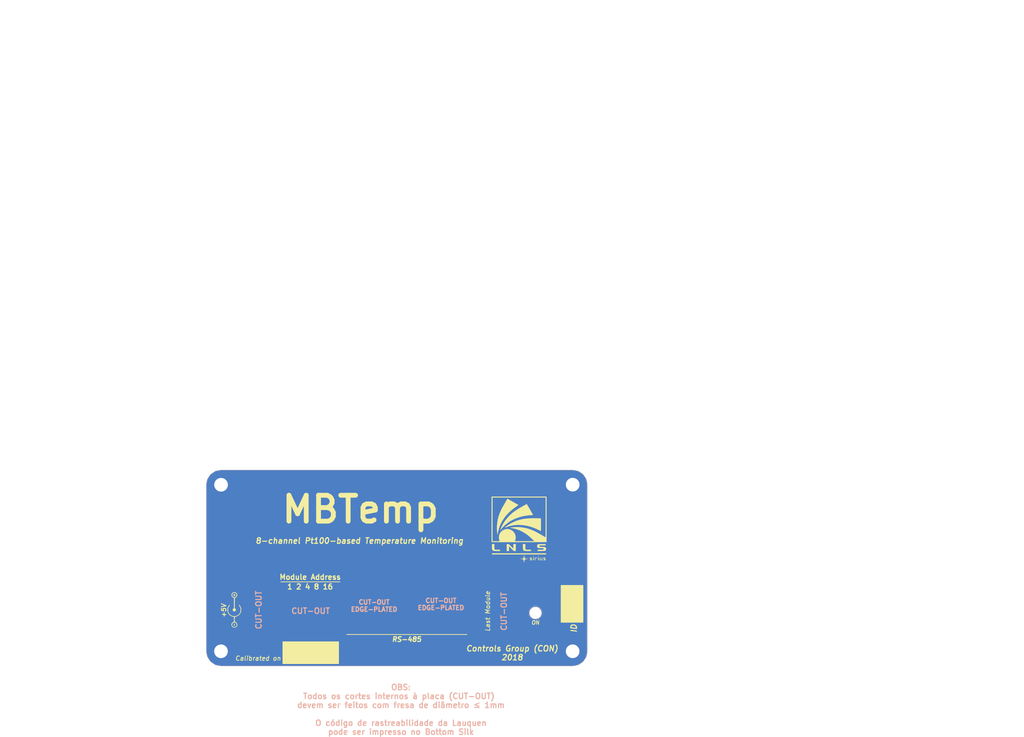
<source format=kicad_pcb>
(kicad_pcb (version 4) (host pcbnew 4.0.4+e1-6308~48~ubuntu15.10.1-stable)

  (general
    (links 3)
    (no_connects 0)
    (area -20.200001 -64.250001 256.514601 135.22284)
    (thickness 1.6)
    (drawings 60)
    (tracks 0)
    (zones 0)
    (modules 7)
    (nets 2)
  )

  (page A4)
  (layers
    (0 F.Cu signal)
    (31 B.Cu signal)
    (32 B.Adhes user)
    (33 F.Adhes user)
    (34 B.Paste user)
    (35 F.Paste user)
    (36 B.SilkS user)
    (37 F.SilkS user)
    (38 B.Mask user)
    (39 F.Mask user)
    (40 Dwgs.User user)
    (41 Cmts.User user)
    (42 Eco1.User user)
    (43 Eco2.User user)
    (44 Edge.Cuts user)
    (45 Margin user)
    (46 B.CrtYd user)
    (47 F.CrtYd user)
    (48 B.Fab user)
    (49 F.Fab user)
  )

  (setup
    (last_trace_width 0.25)
    (user_trace_width 0.3)
    (user_trace_width 0.4)
    (user_trace_width 0.5)
    (user_trace_width 0.6)
    (user_trace_width 0.8)
    (user_trace_width 1)
    (trace_clearance 0.2)
    (zone_clearance 0)
    (zone_45_only no)
    (trace_min 0.2)
    (segment_width 0.15)
    (edge_width 0.15)
    (via_size 0.6)
    (via_drill 0.4)
    (via_min_size 0.4)
    (via_min_drill 0.3)
    (uvia_size 0.3)
    (uvia_drill 0.1)
    (uvias_allowed no)
    (uvia_min_size 0.2)
    (uvia_min_drill 0.1)
    (pcb_text_width 0.3)
    (pcb_text_size 1.5 1.5)
    (mod_edge_width 0.15)
    (mod_text_size 1 1)
    (mod_text_width 0.15)
    (pad_size 6 6)
    (pad_drill 3.7)
    (pad_to_mask_clearance 0.2)
    (aux_axis_origin 0 0)
    (grid_origin 135.39724 84.19084)
    (visible_elements FFFFF77F)
    (pcbplotparams
      (layerselection 0x3ffff_80000001)
      (usegerberextensions false)
      (excludeedgelayer true)
      (linewidth 0.100000)
      (plotframeref false)
      (viasonmask false)
      (mode 1)
      (useauxorigin false)
      (hpglpennumber 1)
      (hpglpenspeed 20)
      (hpglpendiameter 15)
      (hpglpenoverlay 2)
      (psnegative false)
      (psa4output false)
      (plotreference true)
      (plotvalue true)
      (plotinvisibletext false)
      (padsonsilk false)
      (subtractmaskfromsilk false)
      (outputformat 1)
      (mirror false)
      (drillshape 0)
      (scaleselection 1)
      (outputdirectory ../Gerber/))
  )

  (net 0 "")
  (net 1 GND)

  (net_class Default "This is the default net class."
    (clearance 0.2)
    (trace_width 0.25)
    (via_dia 0.6)
    (via_drill 0.4)
    (uvia_dia 0.3)
    (uvia_drill 0.1)
    (add_net GND)
  )

  (module Pin_Headers:Pin_Header_Straight_1x01_Pitch2.54mm (layer F.Cu) (tedit 59F76A2A) (tstamp 59F76858)
    (at 39.53256 66.74612)
    (descr "Through hole straight pin header, 1x01, 2.54mm pitch, single row")
    (tags "Through hole pin header THT 1x01 2.54mm single row")
    (fp_text reference REF** (at 0 -2.33) (layer F.SilkS) hide
      (effects (font (size 1 1) (thickness 0.15)))
    )
    (fp_text value Pin_Header_Straight_1x01_Pitch2.54mm (at 0 2.33) (layer F.Fab) hide
      (effects (font (size 1 1) (thickness 0.15)))
    )
    (pad 1 thru_hole circle (at 0 0) (size 6 6) (drill 3.7) (layers *.Cu *.Mask)
      (net 1 GND))
    (model ${KISYS3DMOD}/Pin_Headers.3dshapes/Pin_Header_Straight_1x01_Pitch2.54mm.wrl
      (at (xyz 0 0 0))
      (scale (xyz 1 1 1))
      (rotate (xyz 0 0 0))
    )
  )

  (module Pin_Headers:Pin_Header_Straight_1x01_Pitch2.54mm (layer F.Cu) (tedit 59F76A30) (tstamp 59F76A22)
    (at 134.54888 66.71564)
    (descr "Through hole straight pin header, 1x01, 2.54mm pitch, single row")
    (tags "Through hole pin header THT 1x01 2.54mm single row")
    (fp_text reference REF** (at 0 -2.33) (layer F.SilkS) hide
      (effects (font (size 1 1) (thickness 0.15)))
    )
    (fp_text value Pin_Header_Straight_1x01_Pitch2.54mm (at 0 2.33) (layer F.Fab) hide
      (effects (font (size 1 1) (thickness 0.15)))
    )
    (pad 1 thru_hole circle (at 0 0) (size 6 6) (drill 3.7) (layers *.Cu *.Mask)
      (net 1 GND))
    (model ${KISYS3DMOD}/Pin_Headers.3dshapes/Pin_Header_Straight_1x01_Pitch2.54mm.wrl
      (at (xyz 0 0 0))
      (scale (xyz 1 1 1))
      (rotate (xyz 0 0 0))
    )
  )

  (module Pin_Headers:Pin_Header_Straight_1x01_Pitch2.54mm (layer F.Cu) (tedit 59F76A34) (tstamp 59F76A27)
    (at 134.5438 111.73968)
    (descr "Through hole straight pin header, 1x01, 2.54mm pitch, single row")
    (tags "Through hole pin header THT 1x01 2.54mm single row")
    (fp_text reference REF** (at 0 -2.33) (layer F.SilkS) hide
      (effects (font (size 1 1) (thickness 0.15)))
    )
    (fp_text value Pin_Header_Straight_1x01_Pitch2.54mm (at 0 2.33) (layer F.Fab) hide
      (effects (font (size 1 1) (thickness 0.15)))
    )
    (pad 1 thru_hole circle (at 0 0) (size 6 6) (drill 3.7) (layers *.Cu *.Mask)
      (net 1 GND))
    (model ${KISYS3DMOD}/Pin_Headers.3dshapes/Pin_Header_Straight_1x01_Pitch2.54mm.wrl
      (at (xyz 0 0 0))
      (scale (xyz 1 1 1))
      (rotate (xyz 0 0 0))
    )
  )

  (module Pin_Headers:Pin_Header_Straight_1x01_Pitch2.54mm (layer F.Cu) (tedit 59F76961) (tstamp 59F76A34)
    (at 124.49556 101.3714)
    (descr "Through hole straight pin header, 1x01, 2.54mm pitch, single row")
    (tags "Through hole pin header THT 1x01 2.54mm single row")
    (fp_text reference REF** (at 0 -2.33) (layer F.SilkS) hide
      (effects (font (size 1 1) (thickness 0.15)))
    )
    (fp_text value Pin_Header_Straight_1x01_Pitch2.54mm (at 0 2.33) (layer F.Fab) hide
      (effects (font (size 1 1) (thickness 0.15)))
    )
    (pad 1 thru_hole circle (at 0 0) (size 3 3) (drill 3) (layers *.Cu *.Mask))
    (model ${KISYS3DMOD}/Pin_Headers.3dshapes/Pin_Header_Straight_1x01_Pitch2.54mm.wrl
      (at (xyz 0 0 0))
      (scale (xyz 1 1 1))
      (rotate (xyz 0 0 0))
    )
  )

  (module Pin_Headers:Pin_Header_Straight_1x01_Pitch2.54mm (layer F.Cu) (tedit 59F76A38) (tstamp 59F76A2F)
    (at 39.51732 111.73968)
    (descr "Through hole straight pin header, 1x01, 2.54mm pitch, single row")
    (tags "Through hole pin header THT 1x01 2.54mm single row")
    (fp_text reference REF** (at 0 -2.33) (layer F.SilkS) hide
      (effects (font (size 1 1) (thickness 0.15)))
    )
    (fp_text value Pin_Header_Straight_1x01_Pitch2.54mm (at 0 2.33) (layer F.Fab) hide
      (effects (font (size 1 1) (thickness 0.15)))
    )
    (pad 1 thru_hole circle (at 0 0) (size 6 6) (drill 3.7) (layers *.Cu *.Mask)
      (net 1 GND))
    (model ${KISYS3DMOD}/Pin_Headers.3dshapes/Pin_Header_Straight_1x01_Pitch2.54mm.wrl
      (at (xyz 0 0 0))
      (scale (xyz 1 1 1))
      (rotate (xyz 0 0 0))
    )
  )

  (module CONTROLE:LNLS_LOGO_Silk (layer F.Cu) (tedit 0) (tstamp 59F90EDF)
    (at 120.08104 78.5876)
    (fp_text reference G*** (at 0 0) (layer F.SilkS) hide
      (effects (font (thickness 0.3)))
    )
    (fp_text value LOGO (at 0.75 0) (layer F.SilkS) hide
      (effects (font (thickness 0.3)))
    )
    (fp_poly (pts (xy 1.364287 7.214795) (xy 1.369937 7.235488) (xy 1.38786 7.326207) (xy 1.407997 7.465123)
      (xy 1.426056 7.622552) (xy 1.426423 7.626257) (xy 1.442664 7.770152) (xy 1.459204 7.883088)
      (xy 1.472737 7.942875) (xy 1.473941 7.945323) (xy 1.511517 7.943959) (xy 1.577803 7.897841)
      (xy 1.586584 7.88981) (xy 1.667171 7.831416) (xy 1.706132 7.83328) (xy 1.693749 7.884314)
      (xy 1.641231 7.952153) (xy 1.586563 8.023599) (xy 1.572479 8.071078) (xy 1.574706 8.074501)
      (xy 1.622047 8.088456) (xy 1.729177 8.105752) (xy 1.877961 8.123742) (xy 1.981912 8.133968)
      (xy 2.189872 8.153713) (xy 2.323016 8.169446) (xy 2.384486 8.182652) (xy 2.377427 8.19481)
      (xy 2.304981 8.207405) (xy 2.170292 8.221917) (xy 2.168769 8.222065) (xy 1.995103 8.239439)
      (xy 1.82101 8.257764) (xy 1.70626 8.270549) (xy 1.517289 8.292564) (xy 1.625257 8.405259)
      (xy 1.692237 8.491092) (xy 1.705054 8.540823) (xy 1.669727 8.543612) (xy 1.592272 8.488621)
      (xy 1.583481 8.480505) (xy 1.53058 8.434908) (xy 1.494411 8.422849) (xy 1.470076 8.454153)
      (xy 1.452677 8.538645) (xy 1.437317 8.686149) (xy 1.428473 8.791455) (xy 1.40698 8.976987)
      (xy 1.379105 9.092732) (xy 1.345891 9.135825) (xy 1.312419 9.11033) (xy 1.297841 9.054402)
      (xy 1.281498 8.942141) (xy 1.266397 8.795222) (xy 1.263139 8.755232) (xy 1.247231 8.586215)
      (xy 1.228552 8.486962) (xy 1.202852 8.449098) (xy 1.16588 8.464248) (xy 1.133231 8.49923)
      (xy 1.076821 8.548354) (xy 1.050292 8.557846) (xy 1.016907 8.532223) (xy 1.028649 8.470816)
      (xy 1.079358 8.396812) (xy 1.097885 8.378623) (xy 1.179769 8.304518) (xy 1.088115 8.278769)
      (xy 0.994294 8.262147) (xy 0.862862 8.249841) (xy 0.801077 8.246873) (xy 0.646188 8.236525)
      (xy 0.492865 8.217983) (xy 0.449385 8.210515) (xy 0.372355 8.194468) (xy 0.348454 8.183148)
      (xy 0.384742 8.173081) (xy 0.488276 8.160792) (xy 0.566615 8.152815) (xy 0.735889 8.135185)
      (xy 0.901507 8.116932) (xy 1.010617 8.104072) (xy 1.181081 8.082818) (xy 1.072082 7.969047)
      (xy 1.005384 7.883719) (xy 0.991127 7.832892) (xy 1.023981 7.827783) (xy 1.098616 7.879611)
      (xy 1.109724 7.88981) (xy 1.177596 7.940502) (xy 1.219525 7.94796) (xy 1.221672 7.945323)
      (xy 1.234984 7.892217) (xy 1.25152 7.785265) (xy 1.266441 7.659076) (xy 1.284416 7.500964)
      (xy 1.303964 7.352871) (xy 1.31721 7.268307) (xy 1.334407 7.180892) (xy 1.347121 7.164909)
      (xy 1.364287 7.214795)) (layer F.SilkS) (width 0.01))
    (fp_poly (pts (xy 3.327469 7.817974) (xy 3.401775 7.829448) (xy 3.43301 7.855364) (xy 3.438769 7.893538)
      (xy 3.429826 7.937936) (xy 3.390871 7.961541) (xy 3.303714 7.970698) (xy 3.214077 7.971905)
      (xy 2.989385 7.972119) (xy 3.253154 8.130378) (xy 3.396533 8.222537) (xy 3.479813 8.293401)
      (xy 3.514277 8.353493) (xy 3.516923 8.376349) (xy 3.502315 8.462341) (xy 3.450265 8.517264)
      (xy 3.348436 8.547025) (xy 3.184491 8.557531) (xy 3.137877 8.557846) (xy 2.990445 8.555901)
      (xy 2.904734 8.547073) (xy 2.864346 8.526869) (xy 2.852884 8.490797) (xy 2.852615 8.479692)
      (xy 2.860882 8.436712) (xy 2.897387 8.413039) (xy 2.979692 8.403016) (xy 3.096846 8.401007)
      (xy 3.341077 8.400477) (xy 3.096846 8.255715) (xy 2.964678 8.172151) (xy 2.889366 8.108032)
      (xy 2.857084 8.049452) (xy 2.852615 8.01006) (xy 2.868143 7.913587) (xy 2.923111 7.853788)
      (xy 3.030101 7.82346) (xy 3.192585 7.815384) (xy 3.327469 7.817974)) (layer F.SilkS) (width 0.01))
    (fp_poly (pts (xy 3.933411 7.817962) (xy 3.961954 7.835455) (xy 3.977635 7.882504) (xy 3.984307 7.973746)
      (xy 3.985821 8.123821) (xy 3.985846 8.186615) (xy 3.985168 8.358593) (xy 3.980564 8.467056)
      (xy 3.968183 8.526644) (xy 3.944172 8.551996) (xy 3.904678 8.557752) (xy 3.888154 8.557846)
      (xy 3.842896 8.555268) (xy 3.814353 8.537774) (xy 3.798672 8.490726) (xy 3.792001 8.399484)
      (xy 3.790486 8.249409) (xy 3.790461 8.186615) (xy 3.79114 8.014637) (xy 3.795743 7.906174)
      (xy 3.808124 7.846586) (xy 3.832136 7.821233) (xy 3.871629 7.815478) (xy 3.888154 7.815384)
      (xy 3.933411 7.817962)) (layer F.SilkS) (width 0.01))
    (fp_poly (pts (xy 4.734238 7.817974) (xy 4.808545 7.829448) (xy 4.839779 7.855364) (xy 4.845538 7.893538)
      (xy 4.83621 7.938703) (xy 4.795876 7.962231) (xy 4.706016 7.970858) (xy 4.630615 7.971692)
      (xy 4.415692 7.971692) (xy 4.415692 8.264769) (xy 4.413846 8.414615) (xy 4.405429 8.502536)
      (xy 4.386122 8.544728) (xy 4.351607 8.557386) (xy 4.337538 8.557846) (xy 4.299171 8.551532)
      (xy 4.275907 8.522288) (xy 4.264023 8.45466) (xy 4.259796 8.333196) (xy 4.259385 8.233507)
      (xy 4.265283 8.052362) (xy 4.2819 7.923926) (xy 4.306277 7.862276) (xy 4.369803 7.836708)
      (xy 4.4867 7.819891) (xy 4.599354 7.815384) (xy 4.734238 7.817974)) (layer F.SilkS) (width 0.01))
    (fp_poly (pts (xy 5.262026 7.817962) (xy 5.290569 7.835455) (xy 5.306251 7.882504) (xy 5.312922 7.973746)
      (xy 5.314437 8.123821) (xy 5.314461 8.186615) (xy 5.313783 8.358593) (xy 5.309179 8.467056)
      (xy 5.296798 8.526644) (xy 5.272787 8.551996) (xy 5.233294 8.557752) (xy 5.216769 8.557846)
      (xy 5.171512 8.555268) (xy 5.142969 8.537774) (xy 5.127288 8.490726) (xy 5.120616 8.399484)
      (xy 5.119102 8.249409) (xy 5.119077 8.186615) (xy 5.119755 8.014637) (xy 5.124359 7.906174)
      (xy 5.13674 7.846586) (xy 5.160751 7.821233) (xy 5.200244 7.815478) (xy 5.216769 7.815384)
      (xy 5.262026 7.817962)) (layer F.SilkS) (width 0.01))
    (fp_poly (pts (xy 6.212521 7.821698) (xy 6.235785 7.850942) (xy 6.247669 7.91857) (xy 6.251896 8.040033)
      (xy 6.252308 8.139723) (xy 6.246409 8.320868) (xy 6.229792 8.449304) (xy 6.205415 8.510953)
      (xy 6.146323 8.533101) (xy 6.03652 8.548859) (xy 5.902108 8.557308) (xy 5.769189 8.557526)
      (xy 5.663863 8.548596) (xy 5.614051 8.531794) (xy 5.602392 8.483406) (xy 5.593429 8.376289)
      (xy 5.588523 8.229856) (xy 5.588 8.160564) (xy 5.589352 7.995317) (xy 5.595676 7.893202)
      (xy 5.610367 7.839211) (xy 5.636824 7.818336) (xy 5.666154 7.815384) (xy 5.706113 7.822306)
      (xy 5.729558 7.85387) (xy 5.74081 7.926271) (xy 5.744185 8.055705) (xy 5.744308 8.108461)
      (xy 5.744308 8.401538) (xy 6.096 8.401538) (xy 6.096 8.108461) (xy 6.097846 7.958614)
      (xy 6.106263 7.870693) (xy 6.12557 7.828502) (xy 6.160086 7.815844) (xy 6.174154 7.815384)
      (xy 6.212521 7.821698)) (layer F.SilkS) (width 0.01))
    (fp_poly (pts (xy 7.0007 7.817974) (xy 7.075006 7.829448) (xy 7.10624 7.855364) (xy 7.112 7.893538)
      (xy 7.103057 7.937936) (xy 7.064102 7.961541) (xy 6.976945 7.970698) (xy 6.887308 7.971905)
      (xy 6.662615 7.972119) (xy 6.926385 8.130378) (xy 7.069764 8.222537) (xy 7.153044 8.293401)
      (xy 7.187508 8.353493) (xy 7.190154 8.376349) (xy 7.175545 8.462341) (xy 7.123495 8.517264)
      (xy 7.021667 8.547025) (xy 6.857722 8.557531) (xy 6.811108 8.557846) (xy 6.663676 8.555901)
      (xy 6.577964 8.547073) (xy 6.537576 8.526869) (xy 6.526115 8.490797) (xy 6.525846 8.479692)
      (xy 6.534112 8.436712) (xy 6.570618 8.413039) (xy 6.652923 8.403016) (xy 6.770077 8.401007)
      (xy 7.014308 8.400477) (xy 6.770077 8.255715) (xy 6.637909 8.172151) (xy 6.562597 8.108032)
      (xy 6.530315 8.049452) (xy 6.525846 8.01006) (xy 6.541373 7.913587) (xy 6.596342 7.853788)
      (xy 6.703332 7.82346) (xy 6.865815 7.815384) (xy 7.0007 7.817974)) (layer F.SilkS) (width 0.01))
    (fp_poly (pts (xy 0.976923 7.756769) (xy 0.957385 7.776307) (xy 0.937846 7.756769) (xy 0.957385 7.73723)
      (xy 0.976923 7.756769)) (layer F.SilkS) (width 0.01))
    (fp_poly (pts (xy 3.96476 7.403855) (xy 3.985846 7.463692) (xy 3.96295 7.524977) (xy 3.888154 7.541846)
      (xy 3.811547 7.523529) (xy 3.790461 7.463692) (xy 3.813358 7.402406) (xy 3.888154 7.385538)
      (xy 3.96476 7.403855)) (layer F.SilkS) (width 0.01))
    (fp_poly (pts (xy 5.293376 7.403855) (xy 5.314461 7.463692) (xy 5.291565 7.524977) (xy 5.216769 7.541846)
      (xy 5.140162 7.523529) (xy 5.119077 7.463692) (xy 5.141973 7.402406) (xy 5.216769 7.385538)
      (xy 5.293376 7.403855)) (layer F.SilkS) (width 0.01))
    (fp_poly (pts (xy 7.307385 6.994769) (xy -7.346462 6.994769) (xy -7.346462 6.682153) (xy 7.307385 6.682153)
      (xy 7.307385 6.994769)) (layer F.SilkS) (width 0.01))
    (fp_poly (pts (xy -6.682154 4.847314) (xy -6.682425 5.127233) (xy -6.676852 5.338666) (xy -6.655856 5.491193)
      (xy -6.609858 5.594394) (xy -6.529277 5.657848) (xy -6.404535 5.691135) (xy -6.226052 5.703833)
      (xy -5.984248 5.705523) (xy -5.824238 5.70523) (xy -5.158154 5.70523) (xy -5.158154 6.056923)
      (xy -5.990028 6.056923) (xy -6.267895 6.056482) (xy -6.47961 6.054461) (xy -6.63717 6.049811)
      (xy -6.752576 6.041483) (xy -6.837826 6.02843) (xy -6.904919 6.009602) (xy -6.965855 5.983952)
      (xy -6.996259 5.969) (xy -7.145481 5.867041) (xy -7.249932 5.72337) (xy -7.258539 5.70672)
      (xy -7.290773 5.637245) (xy -7.314034 5.567052) (xy -7.32977 5.482154) (xy -7.339426 5.36857)
      (xy -7.344449 5.212315) (xy -7.346285 4.999405) (xy -7.346462 4.856796) (xy -7.346462 4.18123)
      (xy -6.682154 4.18123) (xy -6.682154 4.847314)) (layer F.SilkS) (width 0.01))
    (fp_poly (pts (xy -0.898769 6.056923) (xy -1.464522 6.056923) (xy -2.099953 5.422367) (xy -2.735385 4.787811)
      (xy -2.735385 6.056923) (xy -3.360615 6.056923) (xy -3.360615 4.18123) (xy -3.096846 4.182116)
      (xy -2.833077 4.183003) (xy -1.563077 5.399827) (xy -1.563077 4.18123) (xy -0.898769 4.18123)
      (xy -0.898769 6.056923)) (layer F.SilkS) (width 0.01))
    (fp_poly (pts (xy 1.680308 4.847314) (xy 1.680667 5.090149) (xy 1.682798 5.267373) (xy 1.688279 5.391531)
      (xy 1.698689 5.475167) (xy 1.715607 5.530823) (xy 1.740612 5.571044) (xy 1.775284 5.608374)
      (xy 1.776224 5.609314) (xy 1.813636 5.644231) (xy 1.853646 5.669444) (xy 1.908798 5.686534)
      (xy 1.991635 5.697078) (xy 2.114702 5.702656) (xy 2.290541 5.704847) (xy 2.531696 5.70523)
      (xy 3.204308 5.70523) (xy 3.204308 6.056923) (xy 2.372434 6.056923) (xy 2.094566 6.056482)
      (xy 1.882852 6.054461) (xy 1.725291 6.049811) (xy 1.609886 6.041483) (xy 1.524636 6.02843)
      (xy 1.457542 6.009602) (xy 1.396607 5.983952) (xy 1.366203 5.969) (xy 1.216981 5.867041)
      (xy 1.112529 5.72337) (xy 1.103923 5.70672) (xy 1.071689 5.637245) (xy 1.048427 5.567052)
      (xy 1.032692 5.482154) (xy 1.023036 5.36857) (xy 1.018013 5.212315) (xy 1.016176 4.999405)
      (xy 1.016 4.856796) (xy 1.016 4.18123) (xy 1.680308 4.18123) (xy 1.680308 4.847314)) (layer F.SilkS) (width 0.01))
    (fp_poly (pts (xy 7.151077 4.532923) (xy 5.589802 4.532923) (xy 5.527508 4.627994) (xy 5.492442 4.739362)
      (xy 5.529325 4.840732) (xy 5.632087 4.917541) (xy 5.651535 4.925562) (xy 5.724185 4.938672)
      (xy 5.858443 4.949778) (xy 6.03777 4.957986) (xy 6.245629 4.962403) (xy 6.342775 4.962915)
      (xy 6.576338 4.964018) (xy 6.74613 4.968241) (xy 6.866517 4.977154) (xy 6.951864 4.992329)
      (xy 7.01654 5.015335) (xy 7.065505 5.041924) (xy 7.19788 5.165042) (xy 7.278549 5.328998)
      (xy 7.303122 5.512428) (xy 7.267208 5.693967) (xy 7.218682 5.787375) (xy 7.161585 5.866431)
      (xy 7.101662 5.928354) (xy 7.028969 5.975224) (xy 6.933561 6.009121) (xy 6.805493 6.032122)
      (xy 6.634823 6.046309) (xy 6.411604 6.05376) (xy 6.125893 6.056555) (xy 5.929923 6.056862)
      (xy 5.001846 6.056923) (xy 5.001846 5.70523) (xy 5.75779 5.70523) (xy 6.021521 5.704621)
      (xy 6.218186 5.70215) (xy 6.358866 5.696852) (xy 6.454643 5.687762) (xy 6.516599 5.673915)
      (xy 6.555816 5.654347) (xy 6.578405 5.633769) (xy 6.636508 5.523833) (xy 6.624101 5.414954)
      (xy 6.556228 5.336215) (xy 6.50673 5.312108) (xy 6.430062 5.295015) (xy 6.314211 5.283901)
      (xy 6.147161 5.277728) (xy 5.916899 5.275462) (xy 5.850903 5.275384) (xy 5.579027 5.272982)
      (xy 5.373023 5.26362) (xy 5.220699 5.244069) (xy 5.109862 5.211097) (xy 5.028318 5.161473)
      (xy 4.963876 5.091966) (xy 4.92211 5.029256) (xy 4.860707 4.864272) (xy 4.849104 4.675259)
      (xy 4.887466 4.496776) (xy 4.919225 4.432103) (xy 4.968871 4.359156) (xy 5.024941 4.301815)
      (xy 5.096981 4.258221) (xy 5.19454 4.226518) (xy 5.327166 4.20485) (xy 5.504406 4.19136)
      (xy 5.735808 4.184192) (xy 6.030921 4.181488) (xy 6.209367 4.18123) (xy 7.151077 4.18123)
      (xy 7.151077 4.532923)) (layer F.SilkS) (width 0.01))
    (fp_poly (pts (xy 7.405077 3.653692) (xy -0.010957 3.663562) (xy -0.936873 3.664703) (xy -1.787446 3.665549)
      (xy -2.565485 3.666086) (xy -3.273799 3.666298) (xy -3.9152 3.66617) (xy -4.492496 3.665689)
      (xy -5.008496 3.664839) (xy -5.466012 3.663605) (xy -5.867853 3.661973) (xy -6.216827 3.659928)
      (xy -6.515746 3.657455) (xy -6.767419 3.654539) (xy -6.974655 3.651166) (xy -7.140265 3.64732)
      (xy -7.267058 3.642988) (xy -7.357843 3.638154) (xy -7.415431 3.632803) (xy -7.442632 3.626921)
      (xy -7.445608 3.624485) (xy -7.447632 3.580551) (xy -7.449468 3.462691) (xy -7.451111 3.27513)
      (xy -7.452555 3.022096) (xy -7.453794 2.707815) (xy -7.454822 2.336513) (xy -7.455633 1.912419)
      (xy -7.456222 1.439757) (xy -7.456582 0.922756) (xy -7.456708 0.365642) (xy -7.456593 -0.22736)
      (xy -7.456233 -0.852021) (xy -7.45562 -1.504115) (xy -7.454749 -2.179416) (xy -7.45419 -2.54)
      (xy -7.444571 -8.401539) (xy -7.190154 -8.401539) (xy -7.190154 3.399692) (xy -6.232769 3.399692)
      (xy -5.968539 3.399258) (xy -5.732246 3.398039) (xy -5.534459 3.396158) (xy -5.385749 3.393737)
      (xy -5.296683 3.3909) (xy -5.275385 3.388568) (xy -5.287711 3.349064) (xy -5.319874 3.256961)
      (xy -5.360501 3.144337) (xy -5.424266 2.900854) (xy -5.460591 2.612609) (xy -5.468745 2.308288)
      (xy -5.447997 2.016577) (xy -5.397616 1.766163) (xy -5.395779 1.760049) (xy -5.239485 1.372098)
      (xy -5.02282 1.025841) (xy -4.753333 0.726974) (xy -4.438574 0.481195) (xy -4.086092 0.2942)
      (xy -3.703437 0.171685) (xy -3.298158 0.119348) (xy -3.219411 0.117808) (xy -2.904822 0.132754)
      (xy -2.628679 0.184244) (xy -2.356743 0.280103) (xy -2.207846 0.348989) (xy -1.844385 0.569215)
      (xy -1.535707 0.841101) (xy -1.285678 1.157526) (xy -1.098159 1.51137) (xy -0.977016 1.895511)
      (xy -0.926112 2.302829) (xy -0.943118 2.679916) (xy -0.972721 2.859882) (xy -1.014218 3.041174)
      (xy -1.056606 3.178657) (xy -1.098683 3.290969) (xy -1.126508 3.368325) (xy -1.133211 3.389923)
      (xy -1.095206 3.391585) (xy -0.985454 3.393159) (xy -0.810363 3.394619) (xy -0.576341 3.395942)
      (xy -0.289795 3.397104) (xy 0.042867 3.39808) (xy 0.415237 3.398847) (xy 0.820909 3.399381)
      (xy 1.253475 3.399658) (xy 1.471783 3.399692) (xy 4.076797 3.399692) (xy 3.591706 2.907758)
      (xy 2.911478 2.263027) (xy 2.216749 1.694352) (xy 1.505605 1.200657) (xy 0.776132 0.780864)
      (xy 0.026417 0.433897) (xy -0.745455 0.158677) (xy -1.541397 -0.045872) (xy -1.719385 -0.081394)
      (xy -1.937685 -0.123384) (xy -2.131563 -0.161841) (xy -2.286897 -0.193872) (xy -2.389563 -0.216582)
      (xy -2.422769 -0.225474) (xy -2.424982 -0.242774) (xy -2.357953 -0.26417) (xy -2.230413 -0.288425)
      (xy -2.051091 -0.314304) (xy -1.828719 -0.340569) (xy -1.572026 -0.365984) (xy -1.289743 -0.389314)
      (xy -1.239956 -0.392975) (xy -0.392436 -0.415889) (xy 0.466554 -0.364475) (xy 1.32999 -0.240344)
      (xy 2.19085 -0.045102) (xy 3.04211 0.219643) (xy 3.876748 0.552281) (xy 4.68774 0.951206)
      (xy 4.729365 0.97386) (xy 4.900041 1.068571) (xy 5.122508 1.194084) (xy 5.381228 1.341517)
      (xy 5.660662 1.501986) (xy 5.945274 1.666609) (xy 6.162432 1.793099) (xy 6.408117 1.936252)
      (xy 6.631571 2.065584) (xy 6.823997 2.176074) (xy 6.976598 2.262699) (xy 7.080576 2.320438)
      (xy 7.127136 2.344269) (xy 7.128528 2.344615) (xy 7.13122 2.306282) (xy 7.133819 2.194256)
      (xy 7.136308 2.013) (xy 7.138669 1.766974) (xy 7.140881 1.460642) (xy 7.142927 1.098463)
      (xy 7.144788 0.684899) (xy 7.146444 0.224413) (xy 7.147878 -0.278534) (xy 7.149071 -0.819481)
      (xy 7.150004 -1.393967) (xy 7.150657 -1.997528) (xy 7.151014 -2.625705) (xy 7.151077 -3.028462)
      (xy 7.151077 -8.401539) (xy -7.190154 -8.401539) (xy -7.444571 -8.401539) (xy -7.444154 -8.655539)
      (xy 7.405077 -8.655539) (xy 7.405077 3.653692)) (layer F.SilkS) (width 0.01))
    (fp_poly (pts (xy -3.029847 -8.013203) (xy -2.958267 -7.970998) (xy -2.828937 -7.895832) (xy -2.651966 -7.793509)
      (xy -2.437465 -7.669836) (xy -2.195543 -7.53062) (xy -1.936311 -7.381665) (xy -1.669878 -7.228779)
      (xy -1.406354 -7.077767) (xy -1.15585 -6.934435) (xy -0.928475 -6.804591) (xy -0.734339 -6.69404)
      (xy -0.615528 -6.626656) (xy -0.455103 -6.534078) (xy -0.322934 -6.454316) (xy -0.232087 -6.395507)
      (xy -0.195629 -6.365792) (xy -0.195451 -6.364994) (xy -0.225898 -6.335258) (xy -0.309229 -6.271027)
      (xy -0.43335 -6.181232) (xy -0.586167 -6.074806) (xy -0.615462 -6.054796) (xy -1.386469 -5.502773)
      (xy -2.084122 -4.945683) (xy -2.713221 -4.378384) (xy -3.278565 -3.795732) (xy -3.784954 -3.192583)
      (xy -4.237188 -2.563796) (xy -4.640066 -1.904225) (xy -4.843614 -1.524) (xy -5.058874 -1.08115)
      (xy -5.23821 -0.661742) (xy -5.38906 -0.243876) (xy -5.518861 0.194347) (xy -5.635052 0.674826)
      (xy -5.705556 1.013868) (xy -5.75986 1.282454) (xy -5.802053 1.476242) (xy -5.832737 1.597545)
      (xy -5.852513 1.648677) (xy -5.861983 1.631952) (xy -5.862778 1.618435) (xy -5.868673 1.566675)
      (xy -5.883566 1.455936) (xy -5.904943 1.304541) (xy -5.921295 1.191846) (xy -5.942936 1.01258)
      (xy -5.964257 0.780034) (xy -5.98333 0.519065) (xy -5.998224 0.25453) (xy -6.003204 0.136769)
      (xy -5.997525 -0.761071) (xy -5.914041 -1.655805) (xy -5.753082 -2.546141) (xy -5.514976 -3.430784)
      (xy -5.200053 -4.308441) (xy -4.80864 -5.177819) (xy -4.507235 -5.748829) (xy -4.409193 -5.922284)
      (xy -4.28059 -6.147043) (xy -4.130647 -6.407141) (xy -3.96859 -6.686613) (xy -3.80364 -6.969494)
      (xy -3.689994 -7.163373) (xy -3.148463 -8.084935) (xy -3.029847 -8.013203)) (layer F.SilkS) (width 0.01))
    (fp_poly (pts (xy 4.504447 -2.798666) (xy 4.713065 -2.794214) (xy 5.900615 -2.765485) (xy 5.900615 -1.050589)
      (xy 5.89997 -0.693121) (xy 5.898125 -0.361043) (xy 5.895214 -0.062231) (xy 5.891373 0.195439)
      (xy 5.886737 0.40409) (xy 5.88144 0.555845) (xy 5.875617 0.642827) (xy 5.871308 0.660958)
      (xy 5.826968 0.643015) (xy 5.727489 0.59654) (xy 5.587371 0.528471) (xy 5.421116 0.445749)
      (xy 5.412154 0.44124) (xy 4.562649 0.041877) (xy 3.734848 -0.288667) (xy 2.919088 -0.553159)
      (xy 2.105708 -0.754364) (xy 1.285044 -0.895047) (xy 0.455981 -0.97742) (xy -0.342453 -0.997117)
      (xy -1.125824 -0.949298) (xy -1.904715 -0.832414) (xy -2.689712 -0.644918) (xy -3.421321 -0.410544)
      (xy -3.584752 -0.354627) (xy -3.722025 -0.312285) (xy -3.815898 -0.288566) (xy -3.8471 -0.285906)
      (xy -3.842909 -0.314364) (xy -3.780445 -0.377254) (xy -3.668383 -0.468687) (xy -3.515399 -0.582775)
      (xy -3.33017 -0.713629) (xy -3.121371 -0.85536) (xy -2.897678 -1.00208) (xy -2.667769 -1.1479)
      (xy -2.440317 -1.28693) (xy -2.224 -1.413284) (xy -2.027494 -1.521071) (xy -2.026498 -1.521595)
      (xy -1.463464 -1.799984) (xy -0.902593 -2.040701) (xy -0.335569 -2.245315) (xy 0.245923 -2.415398)
      (xy 0.850202 -2.552519) (xy 1.485582 -2.658249) (xy 2.16038 -2.734158) (xy 2.882913 -2.781817)
      (xy 3.661497 -2.802796) (xy 4.504447 -2.798666)) (layer F.SilkS) (width 0.01))
    (fp_poly (pts (xy 2.167159 -6.476359) (xy 2.216689 -6.394134) (xy 2.295921 -6.259859) (xy 2.399903 -6.082123)
      (xy 2.523683 -5.869515) (xy 2.662311 -5.630623) (xy 2.810833 -5.374038) (xy 2.964299 -5.108348)
      (xy 3.117756 -4.842142) (xy 3.266254 -4.584009) (xy 3.404841 -4.342539) (xy 3.528564 -4.126321)
      (xy 3.632472 -3.943943) (xy 3.711614 -3.803995) (xy 3.761038 -3.715066) (xy 3.775995 -3.685681)
      (xy 3.737043 -3.68025) (xy 3.632456 -3.669417) (xy 3.474479 -3.654349) (xy 3.275353 -3.636213)
      (xy 3.047424 -3.616187) (xy 2.469228 -3.560252) (xy 1.95412 -3.497116) (xy 1.487184 -3.424465)
      (xy 1.053506 -3.339986) (xy 0.648485 -3.244029) (xy -0.235678 -2.984577) (xy -1.061026 -2.676429)
      (xy -1.831871 -2.316964) (xy -2.552524 -1.903563) (xy -3.227295 -1.433605) (xy -3.860498 -0.904472)
      (xy -4.456442 -0.313543) (xy -4.786778 0.058615) (xy -4.921968 0.21794) (xy -5.01449 0.326112)
      (xy -5.072408 0.391427) (xy -5.103791 0.422178) (xy -5.116703 0.426661) (xy -5.119211 0.41317)
      (xy -5.119077 0.400331) (xy -5.103389 0.341419) (xy -5.060501 0.22635) (xy -4.996674 0.069598)
      (xy -4.91817 -0.114367) (xy -4.831253 -0.311073) (xy -4.742185 -0.506048) (xy -4.657227 -0.68482)
      (xy -4.599194 -0.801077) (xy -4.212116 -1.495836) (xy -3.791153 -2.134992) (xy -3.321986 -2.738609)
      (xy -2.814162 -3.302) (xy -2.498358 -3.62135) (xy -2.188103 -3.915002) (xy -1.873717 -4.190105)
      (xy -1.545521 -4.453809) (xy -1.193835 -4.713263) (xy -0.808981 -4.975615) (xy -0.381278 -5.248016)
      (xy 0.098952 -5.537614) (xy 0.625231 -5.842352) (xy 0.84581 -5.967637) (xy 1.077545 -6.098483)
      (xy 1.307337 -6.227569) (xy 1.522088 -6.347576) (xy 1.708696 -6.451186) (xy 1.854063 -6.531077)
      (xy 1.945089 -6.579931) (xy 1.947297 -6.581075) (xy 2.064713 -6.641793) (xy 2.167159 -6.476359)) (layer F.SilkS) (width 0.01))
  )

  (module Controle:Polarity (layer F.Cu) (tedit 0) (tstamp 5A692FBE)
    (at 43.0276 100.5586)
    (fp_text reference G*** (at 0 0) (layer F.SilkS) hide
      (effects (font (thickness 0.3)))
    )
    (fp_text value LOGO (at 0.75 0) (layer F.SilkS) hide
      (effects (font (thickness 0.3)))
    )
    (fp_poly (pts (xy 1.42051 -1.367842) (xy 1.455691 -1.338255) (xy 1.510665 -1.27726) (xy 1.584387 -1.181277)
      (xy 1.650254 -1.086802) (xy 1.821982 -0.770951) (xy 1.930756 -0.442006) (xy 1.978012 -0.107293)
      (xy 1.965185 0.225864) (xy 1.89371 0.550138) (xy 1.765023 0.858205) (xy 1.580558 1.142738)
      (xy 1.341751 1.396413) (xy 1.131802 1.559343) (xy 0.995172 1.639839) (xy 0.828923 1.720134)
      (xy 0.651657 1.793026) (xy 0.481976 1.851317) (xy 0.338482 1.887803) (xy 0.260719 1.896533)
      (xy 0.24055 1.90196) (xy 0.225696 1.924134) (xy 0.215359 1.971899) (xy 0.208741 2.054098)
      (xy 0.205043 2.179574) (xy 0.203469 2.35717) (xy 0.2032 2.533768) (xy 0.2032 3.171003)
      (xy 0.387307 3.247311) (xy 0.577901 3.360356) (xy 0.730552 3.518954) (xy 0.838463 3.710059)
      (xy 0.894835 3.920627) (xy 0.892873 4.137614) (xy 0.881453 4.195633) (xy 0.845853 4.300945)
      (xy 0.785642 4.399227) (xy 0.687527 4.510748) (xy 0.649834 4.548707) (xy 0.548846 4.645375)
      (xy 0.471393 4.705094) (xy 0.394313 4.73998) (xy 0.294447 4.76215) (xy 0.220134 4.773498)
      (xy 0.100766 4.79043) (xy 0.010178 4.802715) (xy -0.033122 4.807847) (xy -0.033866 4.807874)
      (xy -0.06959 4.79245) (xy -0.147531 4.751754) (xy -0.251252 4.694387) (xy -0.257734 4.690717)
      (xy -0.374615 4.622813) (xy -0.452758 4.567471) (xy -0.507755 4.506695) (xy -0.5552 4.422488)
      (xy -0.610685 4.296856) (xy -0.621883 4.270453) (xy -0.673831 4.134219) (xy -0.696708 4.029193)
      (xy -0.69656 4.015177) (xy -0.491066 4.015177) (xy -0.487551 4.150752) (xy -0.47293 4.242872)
      (xy -0.441091 4.315631) (xy -0.399717 4.375305) (xy -0.289019 4.483224) (xy -0.146887 4.571341)
      (xy 0.000636 4.625631) (xy 0.084667 4.636153) (xy 0.180534 4.622974) (xy 0.296122 4.590316)
      (xy 0.330604 4.577334) (xy 0.494098 4.477667) (xy 0.613439 4.337384) (xy 0.685536 4.169736)
      (xy 0.707298 3.987973) (xy 0.675633 3.805348) (xy 0.58745 3.635112) (xy 0.558816 3.599065)
      (xy 0.469126 3.51046) (xy 0.370637 3.456448) (xy 0.255915 3.423922) (xy 0.046171 3.404976)
      (xy -0.138347 3.44864) (xy -0.300289 3.555791) (xy -0.372533 3.632135) (xy -0.435322 3.712912)
      (xy -0.470881 3.781676) (xy -0.486881 3.86322) (xy -0.490995 3.982336) (xy -0.491066 4.015177)
      (xy -0.69656 4.015177) (xy -0.695638 3.928113) (xy -0.691902 3.897919) (xy -0.627871 3.67488)
      (xy -0.506694 3.481841) (xy -0.335589 3.327714) (xy -0.153008 3.232699) (xy 0.001459 3.173708)
      (xy -0.007737 2.548134) (xy -0.016933 1.922561) (xy -0.338666 1.830158) (xy -0.69322 1.698476)
      (xy -1.000127 1.520063) (xy -1.262588 1.292934) (xy -1.335223 1.212561) (xy -1.542796 0.920096)
      (xy -1.689266 0.604656) (xy -1.773702 0.273425) (xy -1.795174 -0.066409) (xy -1.752754 -0.40766)
      (xy -1.64551 -0.743141) (xy -1.600943 -0.840799) (xy -1.522285 -0.984505) (xy -1.433265 -1.120361)
      (xy -1.342796 -1.237613) (xy -1.259794 -1.32551) (xy -1.193175 -1.3733) (xy -1.157653 -1.375423)
      (xy -1.123337 -1.334147) (xy -1.129154 -1.270507) (xy -1.177894 -1.175681) (xy -1.257033 -1.06143)
      (xy -1.397578 -0.847932) (xy -1.493605 -0.640287) (xy -1.552496 -0.416638) (xy -1.581632 -0.155131)
      (xy -1.584754 -0.091049) (xy -1.577488 0.239343) (xy -1.524764 0.528096) (xy -1.422724 0.787027)
      (xy -1.267507 1.027953) (xy -1.187901 1.123932) (xy -0.942893 1.353844) (xy -0.669116 1.526663)
      (xy -0.374622 1.642149) (xy -0.067462 1.700059) (xy 0.244312 1.700152) (xy 0.552647 1.642186)
      (xy 0.849493 1.525919) (xy 1.126797 1.351111) (xy 1.300186 1.198586) (xy 1.496734 0.971116)
      (xy 1.637471 0.732525) (xy 1.727337 0.470237) (xy 1.77127 0.171675) (xy 1.777653 -0.016933)
      (xy 1.767135 -0.276217) (xy 1.730188 -0.494218) (xy 1.65955 -0.694618) (xy 1.547959 -0.901099)
      (xy 1.469803 -1.020988) (xy 1.384298 -1.148984) (xy 1.333429 -1.234122) (xy 1.312205 -1.288475)
      (xy 1.315633 -1.324116) (xy 1.33427 -1.348783) (xy 1.378203 -1.381345) (xy 1.42051 -1.367842)) (layer F.SilkS) (width 0.01))
    (fp_poly (pts (xy 0.333514 -4.780046) (xy 0.356698 -4.77184) (xy 0.496134 -4.697862) (xy 0.640364 -4.586351)
      (xy 0.76571 -4.45807) (xy 0.842711 -4.345626) (xy 0.866838 -4.25665) (xy 0.878237 -4.125768)
      (xy 0.877221 -3.977543) (xy 0.864102 -3.836536) (xy 0.839192 -3.727308) (xy 0.834709 -3.715779)
      (xy 0.757586 -3.589952) (xy 0.639972 -3.461459) (xy 0.504204 -3.351092) (xy 0.372618 -3.279644)
      (xy 0.362324 -3.276026) (xy 0.220134 -3.228636) (xy 0.203472 -0.4572) (xy 0.316483 -0.38422)
      (xy 0.433825 -0.274094) (xy 0.509733 -0.132103) (xy 0.533773 0.019911) (xy 0.529651 0.062155)
      (xy 0.47654 0.204162) (xy 0.37738 0.318075) (xy 0.247691 0.396321) (xy 0.102991 0.431329)
      (xy -0.0412 0.415525) (xy -0.119982 0.379155) (xy -0.251452 0.263769) (xy -0.322792 0.118466)
      (xy -0.338666 -0.014563) (xy -0.326609 -0.133017) (xy -0.280583 -0.228174) (xy -0.234981 -0.285068)
      (xy -0.157837 -0.361568) (xy -0.086365 -0.414395) (xy -0.065274 -0.424114) (xy -0.049005 -0.431267)
      (xy -0.035709 -0.445528) (xy -0.025137 -0.47308) (xy -0.017037 -0.520108) (xy -0.01116 -0.592797)
      (xy -0.007256 -0.697332) (xy -0.005074 -0.839897) (xy -0.004366 -1.026678) (xy -0.004879 -1.263858)
      (xy -0.006366 -1.557622) (xy -0.008093 -1.838407) (xy -0.016933 -3.231745) (xy -0.130834 -3.264405)
      (xy -0.238321 -3.31649) (xy -0.36176 -3.407611) (xy -0.482664 -3.520364) (xy -0.582542 -3.637343)
      (xy -0.642907 -3.741145) (xy -0.645718 -3.749088) (xy -0.669495 -3.85774) (xy -0.68076 -3.968299)
      (xy -0.497955 -3.968299) (xy -0.453477 -3.796955) (xy -0.362566 -3.645856) (xy -0.231219 -3.527796)
      (xy -0.06543 -3.455569) (xy -0.013467 -3.445273) (xy 0.105163 -3.430383) (xy 0.1883 -3.431564)
      (xy 0.266974 -3.452146) (xy 0.345054 -3.483746) (xy 0.502226 -3.585699) (xy 0.617724 -3.73125)
      (xy 0.68476 -3.905941) (xy 0.69655 -4.095313) (xy 0.678666 -4.194519) (xy 0.601489 -4.368388)
      (xy 0.482882 -4.499093) (xy 0.334704 -4.585276) (xy 0.168812 -4.625582) (xy -0.002934 -4.618655)
      (xy -0.168675 -4.563139) (xy -0.316553 -4.457679) (xy -0.423633 -4.320544) (xy -0.490006 -4.147094)
      (xy -0.497955 -3.968299) (xy -0.68076 -3.968299) (xy -0.68315 -3.991746) (xy -0.684531 -4.051213)
      (xy -0.651487 -4.258488) (xy -0.563304 -4.443611) (xy -0.430588 -4.599241) (xy -0.263943 -4.71804)
      (xy -0.073974 -4.792666) (xy 0.128713 -4.815781) (xy 0.333514 -4.780046)) (layer F.SilkS) (width 0.01))
    (fp_poly (pts (xy 0.196004 4.004734) (xy 0.190149 4.152587) (xy 0.18161 4.245828) (xy 0.167185 4.297576)
      (xy 0.143674 4.320948) (xy 0.11714 4.327895) (xy 0.049845 4.32563) (xy 0.024007 4.313784)
      (xy 0.013258 4.271171) (xy 0.004996 4.177762) (xy 0.000478 4.050484) (xy 0 3.990622)
      (xy 0 3.691467) (xy 0.205742 3.691467) (xy 0.196004 4.004734)) (layer F.SilkS) (width 0.01))
    (fp_poly (pts (xy 0.151386 -4.323122) (xy 0.182086 -4.272811) (xy 0.190495 -4.237594) (xy 0.218277 -4.162489)
      (xy 0.276772 -4.130881) (xy 0.316851 -4.125124) (xy 0.404375 -4.097069) (xy 0.440059 -4.046516)
      (xy 0.427137 -3.990394) (xy 0.368842 -3.945634) (xy 0.2794 -3.929052) (xy 0.216882 -3.908174)
      (xy 0.2032 -3.86357) (xy 0.185721 -3.756024) (xy 0.136751 -3.698593) (xy 0.103621 -3.691466)
      (xy 0.04069 -3.703186) (xy 0.022578 -3.714044) (xy 0.005887 -3.76154) (xy 0 -3.830432)
      (xy -0.00973 -3.896663) (xy -0.052669 -3.926053) (xy -0.110066 -3.934854) (xy -0.187278 -3.951188)
      (xy -0.216912 -3.990904) (xy -0.220133 -4.030133) (xy -0.208275 -4.091104) (xy -0.159426 -4.118445)
      (xy -0.112124 -4.125259) (xy -0.033733 -4.143571) (xy -0.000157 -4.190277) (xy 0.00641 -4.226859)
      (xy 0.03531 -4.302559) (xy 0.093499 -4.32887) (xy 0.151386 -4.323122)) (layer F.SilkS) (width 0.01))
  )

  (gr_text ON (at 124.49556 104.00284) (layer F.SilkS)
    (effects (font (size 1 1) (thickness 0.2) italic))
  )
  (gr_text "OBS:\nTodos os cortes internos à placa (CUT-OUT) \ndevem ser feitos com fresa de diâmetro ≤ 1mm\n\nO código de rastreabilidade da Lauquen\npode ser impresso no Bottom Silk" (at 88.15324 127.49784) (layer B.SilkS)
    (effects (font (size 1.5 1.5) (thickness 0.3)))
  )
  (gr_text ID (at 134.88924 105.52684 90) (layer F.SilkS)
    (effects (font (size 1.5 1.5) (thickness 0.3) italic))
  )
  (gr_text +5V (at 40.28948 100.75164 90) (layer F.SilkS)
    (effects (font (size 1.2 1.2) (thickness 0.25) italic))
  )
  (gr_text "CUT-OUT\nEDGE-PLATED" (at 98.96348 99.01936) (layer B.SilkS)
    (effects (font (size 1.2 1.2) (thickness 0.3)))
  )
  (gr_text "8-channel Pt100-based Temperature Monitoring" (at 76.962 81.8896) (layer F.SilkS)
    (effects (font (size 1.5 1.5) (thickness 0.3) italic))
  )
  (gr_text MBTemp (at 77.216 73.406) (layer F.SilkS)
    (effects (font (size 7 7) (thickness 1.3)))
  )
  (gr_line (start 55.71236 92.97416) (end 71.63816 92.97416) (angle 90) (layer F.SilkS) (width 0.2))
  (gr_text "Module Address" (at 63.61684 91.68892) (layer F.SilkS)
    (effects (font (size 1.4 1.4) (thickness 0.3)))
  )
  (gr_text "1 2 4 8 16" (at 63.59144 94.30004) (layer F.SilkS)
    (effects (font (size 1.4 1.4) (thickness 0.3)))
  )
  (gr_line (start 73.49236 107.20324) (end 105.96372 107.20324) (angle 90) (layer F.SilkS) (width 0.2))
  (gr_text RS-485 (at 89.7128 108.5088) (layer F.SilkS)
    (effects (font (size 1.3 1.3) (thickness 0.3) italic))
  )
  (gr_text "Calibrated on" (at 49.54524 113.65484) (layer F.SilkS)
    (effects (font (size 1.2 1.2) (thickness 0.2) italic))
  )
  (gr_text "Controls Group (CON)\n2018" (at 118.2116 112.20704) (layer F.SilkS)
    (effects (font (size 1.5 1.5) (thickness 0.3) italic))
  )
  (gr_text CUT-OUT (at 115.9764 100.965 90) (layer B.SilkS)
    (effects (font (size 1.5 1.5) (thickness 0.3)))
  )
  (gr_text CUT-OUT (at 49.70272 100.57384 90) (layer B.SilkS)
    (effects (font (size 1.5 1.5) (thickness 0.3)))
  )
  (gr_text CUT-OUT (at 63.754 100.838) (layer B.SilkS)
    (effects (font (size 1.5 1.5) (thickness 0.3)))
  )
  (gr_text "CUT-OUT\nEDGE-PLATED" (at 80.899 99.441) (layer B.SilkS)
    (effects (font (size 1.2 1.2) (thickness 0.3)))
  )
  (gr_text "Last Module" (at 111.59236 100.90912 90) (layer F.SilkS)
    (effects (font (size 1.2 1.2) (thickness 0.2) italic))
  )
  (gr_line (start 70.947522 95.74804) (end 70.947522 106.04804) (layer Dwgs.User) (width 0.1))
  (gr_line (start 56.487522 95.74804) (end 70.947522 95.74804) (layer Dwgs.User) (width 0.1))
  (gr_line (start 56.487522 106.04804) (end 56.487522 95.74804) (layer Dwgs.User) (width 0.1))
  (gr_line (start 70.947522 106.04804) (end 56.487522 106.04804) (layer Dwgs.User) (width 0.1))
  (gr_line (start 119.562522 95.74804) (end 119.562522 106.04804) (layer Dwgs.User) (width 0.1))
  (gr_line (start 112.712522 95.74804) (end 119.562522 95.74804) (layer Dwgs.User) (width 0.1))
  (gr_line (start 112.712522 106.04804) (end 112.712522 95.74804) (layer Dwgs.User) (width 0.1))
  (gr_line (start 119.562522 106.04804) (end 112.712522 106.04804) (layer Dwgs.User) (width 0.1))
  (gr_line (start 138.535722 108.44804) (end 138.535722 106.84804) (layer Edge.Cuts) (width 0.1))
  (gr_line (start 105.925522 106.14804) (end 91.225522 106.14804) (layer Dwgs.User) (width 0.1))
  (gr_line (start 105.925522 93.24804) (end 105.925522 106.14804) (layer Dwgs.User) (width 0.1))
  (gr_line (start 91.225522 93.24804) (end 105.925522 93.24804) (layer Dwgs.User) (width 0.1))
  (gr_line (start 91.225522 106.14804) (end 91.225522 93.24804) (layer Dwgs.User) (width 0.1))
  (gr_line (start 88.175522 106.14804) (end 73.475522 106.14804) (layer Dwgs.User) (width 0.1))
  (gr_line (start 88.175522 93.24804) (end 88.175522 106.14804) (layer Dwgs.User) (width 0.1))
  (gr_line (start 73.475522 93.24804) (end 88.175522 93.24804) (layer Dwgs.User) (width 0.1))
  (gr_line (start 73.475522 106.14804) (end 73.475522 93.24804) (layer Dwgs.User) (width 0.1))
  (gr_line (start 54.417522 94.84804) (end 54.614822 94.84804) (layer Dwgs.User) (width 0.1))
  (gr_line (start 54.614822 94.84804) (end 54.617522 95.04804) (layer Dwgs.User) (width 0.1))
  (gr_line (start 54.614822 106.14804) (end 54.617522 105.94804) (layer Dwgs.User) (width 0.1))
  (gr_line (start 54.417522 106.14804) (end 54.614822 106.14804) (layer Dwgs.User) (width 0.1))
  (gr_line (start 45.617522 94.84804) (end 45.420222 94.84804) (layer Dwgs.User) (width 0.1))
  (gr_line (start 45.420222 94.84804) (end 45.417522 95.04804) (layer Dwgs.User) (width 0.1))
  (gr_line (start 45.420222 106.14804) (end 45.417522 105.94804) (layer Dwgs.User) (width 0.1))
  (gr_line (start 45.617522 106.14804) (end 45.420222 106.14804) (layer Dwgs.User) (width 0.1))
  (gr_line (start 54.617522 105.94804) (end 54.617522 95.04804) (layer Dwgs.User) (width 0.1))
  (gr_line (start 45.617522 106.14804) (end 54.417522 106.14804) (layer Dwgs.User) (width 0.1))
  (gr_line (start 45.617522 94.84804) (end 54.417522 94.84804) (layer Dwgs.User) (width 0.1))
  (gr_line (start 45.417522 95.04804) (end 45.417522 105.94804) (layer Dwgs.User) (width 0.1))
  (gr_line (start 138.535722 66.72804) (end 138.535722 111.74804) (layer Edge.Cuts) (width 0.1))
  (gr_line (start 35.535722 111.74804) (end 35.535722 66.72804) (layer Edge.Cuts) (width 0.1))
  (gr_arc (start 39.525722 66.72804) (end 39.525722 62.73804) (angle -90) (layer Edge.Cuts) (width 0.1))
  (gr_arc (start 39.525722 111.74804) (end 35.535722 111.74804) (angle -90) (layer Edge.Cuts) (width 0.1))
  (gr_line (start 134.545722 115.73804) (end 39.525722 115.73804) (layer Edge.Cuts) (width 0.1))
  (gr_arc (start 134.545722 111.74804) (end 134.545722 115.73804) (angle -90) (layer Edge.Cuts) (width 0.1))
  (gr_arc (start 134.545722 66.72804) (end 138.535722 66.72804) (angle -90) (layer Edge.Cuts) (width 0.1))
  (gr_line (start 39.525722 62.73804) (end 134.545722 62.73804) (layer Edge.Cuts) (width 0.1))
  (gr_line (start 15.145404 62.85) (end 15.145404 62.85) (layer Edge.Cuts) (width 0.1))
  (gr_line (start -20.15 -64.2) (end -20.15 -64.2) (layer Edge.Cuts) (width 0.1))
  (gr_line (start 20.15 64.2) (end 20.15 64.2) (layer Edge.Cuts) (width 0.1))
  (gr_line (start 10.254596 62.85) (end 10.254596 62.85) (layer Edge.Cuts) (width 0.1))

  (zone (net 1) (net_name GND) (layer F.Cu) (tstamp 59F76A04) (hatch edge 0.508)
    (connect_pads yes (clearance 0))
    (min_thickness 0.254)
    (fill yes (arc_segments 16) (thermal_gap 0.508) (thermal_bridge_width 0.508))
    (polygon
      (pts
        (xy 34.417 60.452) (xy 254.7874 60.97016) (xy 256.0574 121.42216) (xy 32.258 118.745) (xy 33.655 60.706)
      )
    )
    (filled_polygon
      (pts
        (xy 136.003567 63.208491) (xy 137.239468 64.034294) (xy 138.065271 65.270195) (xy 138.358722 66.745473) (xy 138.358722 111.730607)
        (xy 138.065271 113.205885) (xy 137.239468 114.441786) (xy 136.003567 115.267589) (xy 134.528289 115.56104) (xy 39.543155 115.56104)
        (xy 38.067877 115.267589) (xy 36.831976 114.441786) (xy 36.006173 113.205885) (xy 35.712722 111.730607) (xy 35.712722 101.733218)
        (xy 122.668244 101.733218) (xy 122.945802 102.40496) (xy 123.459296 102.919352) (xy 124.130553 103.198082) (xy 124.857378 103.198716)
        (xy 125.52912 102.921158) (xy 126.043512 102.407664) (xy 126.322242 101.736407) (xy 126.322876 101.009582) (xy 126.045318 100.33784)
        (xy 125.531824 99.823448) (xy 124.860567 99.544718) (xy 124.133742 99.544084) (xy 123.462 99.821642) (xy 122.947608 100.335136)
        (xy 122.668878 101.006393) (xy 122.668244 101.733218) (xy 35.712722 101.733218) (xy 35.712722 66.745473) (xy 36.006173 65.270195)
        (xy 36.831976 64.034294) (xy 38.067877 63.208491) (xy 39.543155 62.91504) (xy 134.528289 62.91504)
      )
    )
  )
  (zone (net 1) (net_name GND) (layer B.Cu) (tstamp 59F76A17) (hatch edge 0.508)
    (connect_pads yes (clearance 0))
    (min_thickness 0.254)
    (fill yes (arc_segments 16) (thermal_gap 0.508) (thermal_bridge_width 0.508))
    (polygon
      (pts
        (xy 33.655 60.706) (xy 254.9906 59.81192) (xy 256.5146 120.39092) (xy 32.1818 118.19128) (xy 33.75152 60.81776)
      )
    )
    (filled_polygon
      (pts
        (xy 136.003567 63.208491) (xy 137.239468 64.034294) (xy 138.065271 65.270195) (xy 138.358722 66.745473) (xy 138.358722 111.730607)
        (xy 138.065271 113.205885) (xy 137.239468 114.441786) (xy 136.003567 115.267589) (xy 134.528289 115.56104) (xy 39.543155 115.56104)
        (xy 38.067877 115.267589) (xy 36.831976 114.441786) (xy 36.006173 113.205885) (xy 35.712722 111.730607) (xy 35.712722 101.733218)
        (xy 122.668244 101.733218) (xy 122.945802 102.40496) (xy 123.459296 102.919352) (xy 124.130553 103.198082) (xy 124.857378 103.198716)
        (xy 125.52912 102.921158) (xy 126.043512 102.407664) (xy 126.322242 101.736407) (xy 126.322876 101.009582) (xy 126.045318 100.33784)
        (xy 125.531824 99.823448) (xy 124.860567 99.544718) (xy 124.133742 99.544084) (xy 123.462 99.821642) (xy 122.947608 100.335136)
        (xy 122.668878 101.006393) (xy 122.668244 101.733218) (xy 35.712722 101.733218) (xy 35.712722 66.745473) (xy 36.006173 65.270195)
        (xy 36.831976 64.034294) (xy 38.067877 63.208491) (xy 39.543155 62.91504) (xy 134.528289 62.91504)
      )
    )
  )
  (zone (net 0) (net_name "") (layer F.SilkS) (tstamp 5A692FEB) (hatch edge 0.508)
    (connect_pads (clearance 0))
    (min_thickness 0.254)
    (fill yes (arc_segments 16) (thermal_gap 0.508) (thermal_bridge_width 0.508))
    (polygon
      (pts
        (xy 71.38924 115.17884) (xy 56.14924 115.17884) (xy 56.14924 109.08284) (xy 71.38924 109.08284)
      )
    )
    (filled_polygon
      (pts
        (xy 71.26224 115.05184) (xy 56.27624 115.05184) (xy 56.27624 109.20984) (xy 71.26224 109.20984)
      )
    )
  )
  (zone (net 0) (net_name "") (layer F.SilkS) (tstamp 5A693007) (hatch edge 0.508)
    (connect_pads (clearance 0))
    (min_thickness 0.254)
    (fill yes (arc_segments 16) (thermal_gap 0.508) (thermal_bridge_width 0.508))
    (polygon
      (pts
        (xy 137.42924 104.00284) (xy 131.33324 104.00284) (xy 131.33324 93.84284) (xy 137.42924 93.84284)
      )
    )
    (filled_polygon
      (pts
        (xy 137.30224 103.87584) (xy 131.46024 103.87584) (xy 131.46024 93.96984) (xy 137.30224 93.96984)
      )
    )
  )
)

</source>
